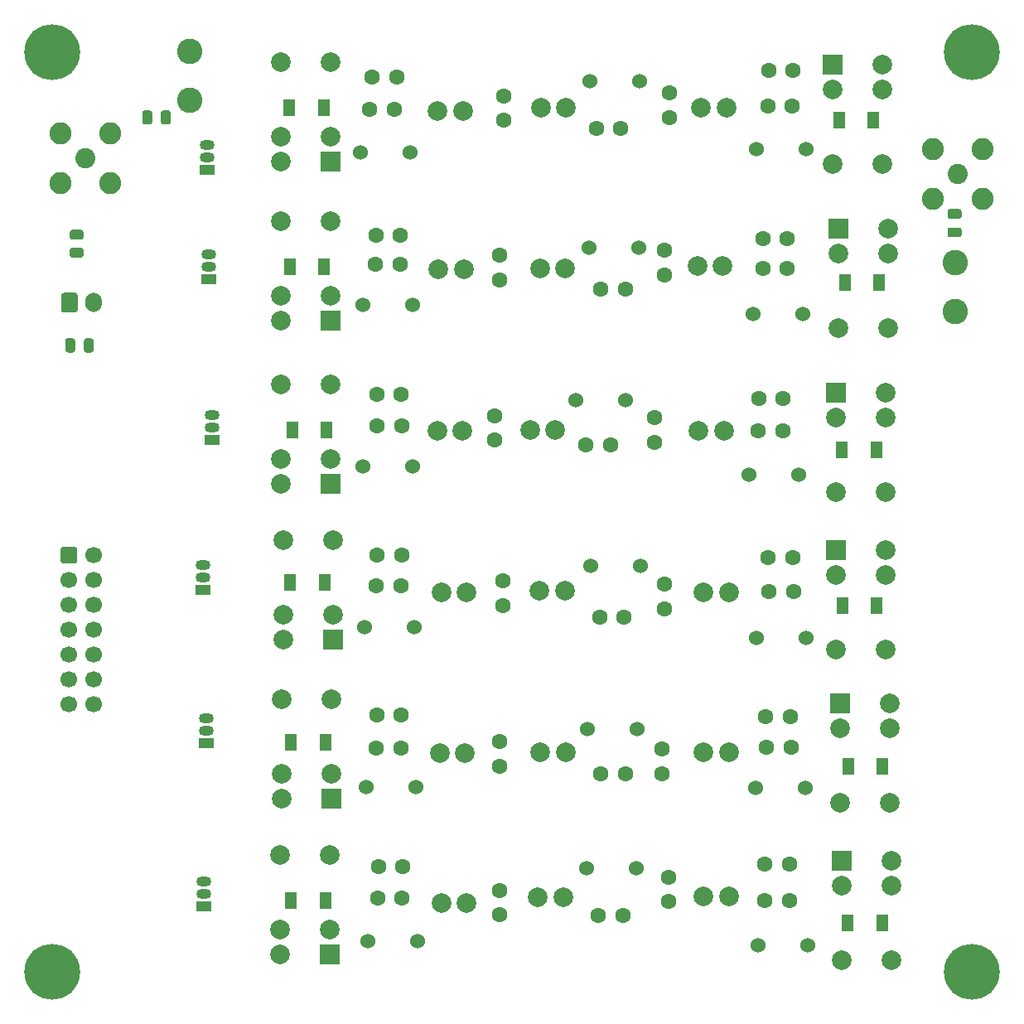
<source format=gbs>
G04 #@! TF.GenerationSoftware,KiCad,Pcbnew,5.1.8-db9833491~87~ubuntu18.04.1*
G04 #@! TF.CreationDate,2021-01-26T21:00:54+01:00*
G04 #@! TF.ProjectId,BPF_6Band,4250465f-3642-4616-9e64-2e6b69636164,rev?*
G04 #@! TF.SameCoordinates,Original*
G04 #@! TF.FileFunction,Soldermask,Bot*
G04 #@! TF.FilePolarity,Negative*
%FSLAX46Y46*%
G04 Gerber Fmt 4.6, Leading zero omitted, Abs format (unit mm)*
G04 Created by KiCad (PCBNEW 5.1.8-db9833491~87~ubuntu18.04.1) date 2021-01-26 21:00:54*
%MOMM*%
%LPD*%
G01*
G04 APERTURE LIST*
%ADD10C,2.600000*%
%ADD11C,5.700000*%
%ADD12O,1.700000X2.000000*%
%ADD13C,1.524000*%
%ADD14R,1.500000X1.050000*%
%ADD15O,1.500000X1.050000*%
%ADD16C,2.000000*%
%ADD17R,2.000000X2.000000*%
%ADD18R,1.300000X1.700000*%
%ADD19C,1.600000*%
%ADD20C,2.250000*%
%ADD21C,2.050000*%
%ADD22C,1.700000*%
G04 APERTURE END LIST*
D10*
X170281600Y-59566800D03*
X170281600Y-64566800D03*
X92049600Y-37926000D03*
X92049600Y-42926000D03*
D11*
X172000000Y-132000000D03*
X78000000Y-132000000D03*
X172000000Y-38000000D03*
X78000000Y-38000000D03*
G36*
G01*
X88196000Y-44229000D02*
X88196000Y-45179000D01*
G75*
G02*
X87946000Y-45429000I-250000J0D01*
G01*
X87446000Y-45429000D01*
G75*
G02*
X87196000Y-45179000I0J250000D01*
G01*
X87196000Y-44229000D01*
G75*
G02*
X87446000Y-43979000I250000J0D01*
G01*
X87946000Y-43979000D01*
G75*
G02*
X88196000Y-44229000I0J-250000D01*
G01*
G37*
G36*
G01*
X90096000Y-44229000D02*
X90096000Y-45179000D01*
G75*
G02*
X89846000Y-45429000I-250000J0D01*
G01*
X89346000Y-45429000D01*
G75*
G02*
X89096000Y-45179000I0J250000D01*
G01*
X89096000Y-44229000D01*
G75*
G02*
X89346000Y-43979000I250000J0D01*
G01*
X89846000Y-43979000D01*
G75*
G02*
X90096000Y-44229000I0J-250000D01*
G01*
G37*
G36*
G01*
X80942602Y-57204400D02*
X80042598Y-57204400D01*
G75*
G02*
X79792600Y-56954402I0J249998D01*
G01*
X79792600Y-56429398D01*
G75*
G02*
X80042598Y-56179400I249998J0D01*
G01*
X80942602Y-56179400D01*
G75*
G02*
X81192600Y-56429398I0J-249998D01*
G01*
X81192600Y-56954402D01*
G75*
G02*
X80942602Y-57204400I-249998J0D01*
G01*
G37*
G36*
G01*
X80942602Y-59029400D02*
X80042598Y-59029400D01*
G75*
G02*
X79792600Y-58779402I0J249998D01*
G01*
X79792600Y-58254398D01*
G75*
G02*
X80042598Y-58004400I249998J0D01*
G01*
X80942602Y-58004400D01*
G75*
G02*
X81192600Y-58254398I0J-249998D01*
G01*
X81192600Y-58779402D01*
G75*
G02*
X80942602Y-59029400I-249998J0D01*
G01*
G37*
D12*
X82256000Y-63624200D03*
G36*
G01*
X78906000Y-64374200D02*
X78906000Y-62874200D01*
G75*
G02*
X79156000Y-62624200I250000J0D01*
G01*
X80356000Y-62624200D01*
G75*
G02*
X80606000Y-62874200I0J-250000D01*
G01*
X80606000Y-64374200D01*
G75*
G02*
X80356000Y-64624200I-250000J0D01*
G01*
X79156000Y-64624200D01*
G75*
G02*
X78906000Y-64374200I0J250000D01*
G01*
G37*
G36*
G01*
X169730400Y-55949000D02*
X170680400Y-55949000D01*
G75*
G02*
X170930400Y-56199000I0J-250000D01*
G01*
X170930400Y-56699000D01*
G75*
G02*
X170680400Y-56949000I-250000J0D01*
G01*
X169730400Y-56949000D01*
G75*
G02*
X169480400Y-56699000I0J250000D01*
G01*
X169480400Y-56199000D01*
G75*
G02*
X169730400Y-55949000I250000J0D01*
G01*
G37*
G36*
G01*
X169730400Y-54049000D02*
X170680400Y-54049000D01*
G75*
G02*
X170930400Y-54299000I0J-250000D01*
G01*
X170930400Y-54799000D01*
G75*
G02*
X170680400Y-55049000I-250000J0D01*
G01*
X169730400Y-55049000D01*
G75*
G02*
X169480400Y-54799000I0J250000D01*
G01*
X169480400Y-54299000D01*
G75*
G02*
X169730400Y-54049000I250000J0D01*
G01*
G37*
D13*
X155194000Y-129311400D03*
X150114000Y-129311400D03*
X154940000Y-113207800D03*
X149860000Y-113207800D03*
X155016200Y-97917000D03*
X149936200Y-97917000D03*
X154254200Y-81203800D03*
X149174200Y-81203800D03*
X154660600Y-64795400D03*
X149580600Y-64795400D03*
X155041600Y-47904400D03*
X149961600Y-47904400D03*
X132638800Y-121437400D03*
X137718800Y-121437400D03*
X132689600Y-107162600D03*
X137769600Y-107162600D03*
X133019800Y-90551000D03*
X138099800Y-90551000D03*
X131521200Y-73583800D03*
X136601200Y-73583800D03*
X132892800Y-57988200D03*
X137972800Y-57988200D03*
X132943600Y-40995600D03*
X138023600Y-40995600D03*
X115316000Y-128905000D03*
X110236000Y-128905000D03*
X115163600Y-113106200D03*
X110083600Y-113106200D03*
X114985800Y-96748600D03*
X109905800Y-96748600D03*
X114833400Y-80340200D03*
X109753400Y-80340200D03*
X114782600Y-63830200D03*
X109702600Y-63830200D03*
X114554000Y-48260000D03*
X109474000Y-48260000D03*
D14*
X93522800Y-125349000D03*
D15*
X93522800Y-122809000D03*
X93522800Y-124079000D03*
D14*
X93751400Y-108661200D03*
D15*
X93751400Y-106121200D03*
X93751400Y-107391200D03*
D14*
X93395800Y-92964000D03*
D15*
X93395800Y-90424000D03*
X93395800Y-91694000D03*
D14*
X94361000Y-77647800D03*
D15*
X94361000Y-75107800D03*
X94361000Y-76377800D03*
D14*
X93980000Y-61239400D03*
D15*
X93980000Y-58699400D03*
X93980000Y-59969400D03*
D14*
X93802200Y-50012600D03*
D15*
X93802200Y-47472600D03*
X93802200Y-48742600D03*
D16*
X147156800Y-124282200D03*
X144576800Y-124282200D03*
X147156800Y-109601000D03*
X144576800Y-109601000D03*
X147131400Y-93243400D03*
X144551400Y-93243400D03*
X146623400Y-76682600D03*
X144043400Y-76682600D03*
X146521800Y-59867800D03*
X143941800Y-59867800D03*
X146902800Y-43688000D03*
X144322800Y-43688000D03*
X130189600Y-124383800D03*
X127609600Y-124383800D03*
X130443600Y-109550200D03*
X127863600Y-109550200D03*
X130367400Y-93040200D03*
X127787400Y-93040200D03*
X129402200Y-76631800D03*
X126822200Y-76631800D03*
X130418200Y-60121800D03*
X127838200Y-60121800D03*
X130494400Y-43738800D03*
X127914400Y-43738800D03*
X120334400Y-124968000D03*
X117754400Y-124968000D03*
X120182000Y-109651800D03*
X117602000Y-109651800D03*
X120359800Y-93192600D03*
X117779800Y-93192600D03*
X119902600Y-76682600D03*
X117322600Y-76682600D03*
X120055000Y-60223400D03*
X117475000Y-60223400D03*
X119978800Y-44043600D03*
X117398800Y-44043600D03*
X158699200Y-130835400D03*
X163779200Y-130835400D03*
X158699200Y-123215400D03*
D17*
X158699200Y-120675400D03*
D16*
X163779200Y-123215400D03*
X163779200Y-120675400D03*
X158470600Y-114706400D03*
X163550600Y-114706400D03*
X158470600Y-107086400D03*
D17*
X158470600Y-104546400D03*
D16*
X163550600Y-107086400D03*
X163550600Y-104546400D03*
X158064200Y-99034600D03*
X163144200Y-99034600D03*
X158064200Y-91414600D03*
D17*
X158064200Y-88874600D03*
D16*
X163144200Y-91414600D03*
X163144200Y-88874600D03*
X158115000Y-82981800D03*
X163195000Y-82981800D03*
X158115000Y-75361800D03*
D17*
X158115000Y-72821800D03*
D16*
X163195000Y-75361800D03*
X163195000Y-72821800D03*
X158369000Y-66217800D03*
X163449000Y-66217800D03*
X158369000Y-58597800D03*
D17*
X158369000Y-56057800D03*
D16*
X163449000Y-58597800D03*
X163449000Y-56057800D03*
X157734000Y-49428400D03*
X162814000Y-49428400D03*
X157734000Y-41808400D03*
D17*
X157734000Y-39268400D03*
D16*
X162814000Y-41808400D03*
X162814000Y-39268400D03*
X106375200Y-120065800D03*
X101295200Y-120065800D03*
X106375200Y-127685800D03*
D17*
X106375200Y-130225800D03*
D16*
X101295200Y-127685800D03*
X101295200Y-130225800D03*
X106527600Y-104114600D03*
X101447600Y-104114600D03*
X106527600Y-111734600D03*
D17*
X106527600Y-114274600D03*
D16*
X101447600Y-111734600D03*
X101447600Y-114274600D03*
X106705400Y-87858600D03*
X101625400Y-87858600D03*
X106705400Y-95478600D03*
D17*
X106705400Y-98018600D03*
D16*
X101625400Y-95478600D03*
X101625400Y-98018600D03*
X106426000Y-71983600D03*
X101346000Y-71983600D03*
X106426000Y-79603600D03*
D17*
X106426000Y-82143600D03*
D16*
X101346000Y-79603600D03*
X101346000Y-82143600D03*
X106451400Y-55295800D03*
X101371400Y-55295800D03*
X106451400Y-62915800D03*
D17*
X106451400Y-65455800D03*
D16*
X101371400Y-62915800D03*
X101371400Y-65455800D03*
X106426000Y-39065200D03*
X101346000Y-39065200D03*
X106426000Y-46685200D03*
D17*
X106426000Y-49225200D03*
D16*
X101346000Y-46685200D03*
X101346000Y-49225200D03*
D18*
X162786000Y-127000000D03*
X159286000Y-127000000D03*
X162836800Y-111048800D03*
X159336800Y-111048800D03*
X162252600Y-94564200D03*
X158752600Y-94564200D03*
X162201800Y-78663800D03*
X158701800Y-78663800D03*
X162506600Y-61595000D03*
X159006600Y-61595000D03*
X161922400Y-44958000D03*
X158422400Y-44958000D03*
X102390000Y-124688600D03*
X105890000Y-124688600D03*
X102390000Y-108585000D03*
X105890000Y-108585000D03*
X102313800Y-92176600D03*
X105813800Y-92176600D03*
X102517000Y-76631800D03*
X106017000Y-76631800D03*
X102263000Y-59918600D03*
X105763000Y-59918600D03*
X102237600Y-43688000D03*
X105737600Y-43688000D03*
D19*
X150825200Y-120980200D03*
X153325200Y-120980200D03*
X153314400Y-124739400D03*
X150814400Y-124739400D03*
X150916000Y-105892600D03*
X153416000Y-105892600D03*
X153477600Y-109042200D03*
X150977600Y-109042200D03*
X151144600Y-89687400D03*
X153644600Y-89687400D03*
X153757000Y-93167200D03*
X151257000Y-93167200D03*
X150179400Y-73406000D03*
X152679400Y-73406000D03*
X152639400Y-76682600D03*
X150139400Y-76682600D03*
X150611200Y-57048400D03*
X153111200Y-57048400D03*
X153122000Y-60147200D03*
X150622000Y-60147200D03*
X151220800Y-39878000D03*
X153720800Y-39878000D03*
X153630000Y-43535600D03*
X151130000Y-43535600D03*
X140970000Y-124851800D03*
X140970000Y-122351800D03*
X140309600Y-109234600D03*
X140309600Y-111734600D03*
X140589000Y-92419800D03*
X140589000Y-94919800D03*
X139573000Y-75401800D03*
X139573000Y-77901800D03*
X140589000Y-58282200D03*
X140589000Y-60782200D03*
X141071600Y-42204000D03*
X141071600Y-44704000D03*
X133796400Y-126212600D03*
X136296400Y-126212600D03*
X134050400Y-111785400D03*
X136550400Y-111785400D03*
X133923400Y-95732600D03*
X136423400Y-95732600D03*
X132551800Y-78155800D03*
X135051800Y-78155800D03*
X134050400Y-62230000D03*
X136550400Y-62230000D03*
X133593200Y-45821600D03*
X136093200Y-45821600D03*
X123698000Y-126198000D03*
X123698000Y-123698000D03*
X123748800Y-108472600D03*
X123748800Y-110972600D03*
X124079000Y-92064200D03*
X124079000Y-94564200D03*
X123190000Y-77684000D03*
X123190000Y-75184000D03*
X123672600Y-61301000D03*
X123672600Y-58801000D03*
X124104400Y-42508800D03*
X124104400Y-45008800D03*
X111342800Y-121285000D03*
X113842800Y-121285000D03*
X113752000Y-124460000D03*
X111252000Y-124460000D03*
X111139600Y-105740200D03*
X113639600Y-105740200D03*
X113599600Y-109143800D03*
X111099600Y-109143800D03*
X111215800Y-89382600D03*
X113715800Y-89382600D03*
X113625000Y-92532200D03*
X111125000Y-92532200D03*
X111139600Y-73025000D03*
X113639600Y-73025000D03*
X113701200Y-76174600D03*
X111201200Y-76174600D03*
X111063400Y-56743600D03*
X113563400Y-56743600D03*
X113523400Y-59664600D03*
X111023400Y-59664600D03*
X110682400Y-40589200D03*
X113182400Y-40589200D03*
X112939200Y-43840400D03*
X110439200Y-43840400D03*
D20*
X167995600Y-53009800D03*
X167995600Y-47929800D03*
X173075600Y-47929800D03*
X173075600Y-53009800D03*
D21*
X170535600Y-50469800D03*
D20*
X78841600Y-46304200D03*
X83921600Y-46304200D03*
X83921600Y-51384200D03*
X78841600Y-51384200D03*
D21*
X81381600Y-48844200D03*
D22*
X82245200Y-104673400D03*
X82245200Y-102133400D03*
X82245200Y-99593400D03*
X82245200Y-97053400D03*
X82245200Y-94513400D03*
X82245200Y-91973400D03*
X82245200Y-89433400D03*
X79705200Y-104673400D03*
X79705200Y-102133400D03*
X79705200Y-99593400D03*
X79705200Y-97053400D03*
X79705200Y-94513400D03*
X79705200Y-91973400D03*
G36*
G01*
X78855200Y-90033400D02*
X78855200Y-88833400D01*
G75*
G02*
X79105200Y-88583400I250000J0D01*
G01*
X80305200Y-88583400D01*
G75*
G02*
X80555200Y-88833400I0J-250000D01*
G01*
X80555200Y-90033400D01*
G75*
G02*
X80305200Y-90283400I-250000J0D01*
G01*
X79105200Y-90283400D01*
G75*
G02*
X78855200Y-90033400I0J250000D01*
G01*
G37*
G36*
G01*
X80322000Y-67525000D02*
X80322000Y-68475000D01*
G75*
G02*
X80072000Y-68725000I-250000J0D01*
G01*
X79572000Y-68725000D01*
G75*
G02*
X79322000Y-68475000I0J250000D01*
G01*
X79322000Y-67525000D01*
G75*
G02*
X79572000Y-67275000I250000J0D01*
G01*
X80072000Y-67275000D01*
G75*
G02*
X80322000Y-67525000I0J-250000D01*
G01*
G37*
G36*
G01*
X82222000Y-67525000D02*
X82222000Y-68475000D01*
G75*
G02*
X81972000Y-68725000I-250000J0D01*
G01*
X81472000Y-68725000D01*
G75*
G02*
X81222000Y-68475000I0J250000D01*
G01*
X81222000Y-67525000D01*
G75*
G02*
X81472000Y-67275000I250000J0D01*
G01*
X81972000Y-67275000D01*
G75*
G02*
X82222000Y-67525000I0J-250000D01*
G01*
G37*
M02*

</source>
